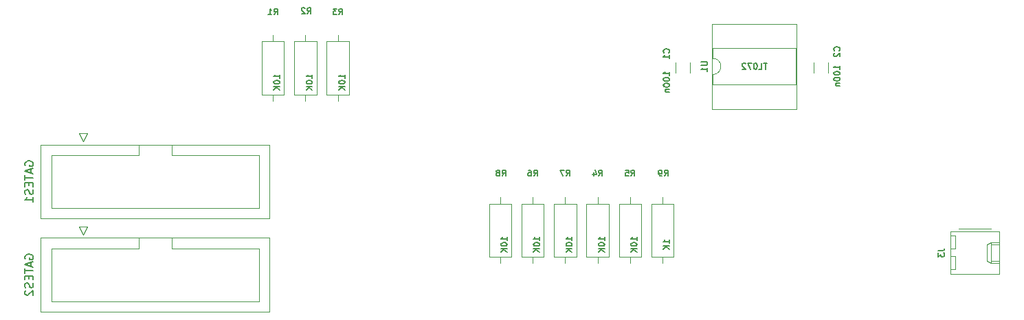
<source format=gbr>
G04 #@! TF.GenerationSoftware,KiCad,Pcbnew,(6.0.5)*
G04 #@! TF.CreationDate,2022-06-09T22:04:56-05:00*
G04 #@! TF.ProjectId,KosmoVoltsMain,4b6f736d-6f56-46f6-9c74-734d61696e2e,rev?*
G04 #@! TF.SameCoordinates,Original*
G04 #@! TF.FileFunction,Legend,Bot*
G04 #@! TF.FilePolarity,Positive*
%FSLAX46Y46*%
G04 Gerber Fmt 4.6, Leading zero omitted, Abs format (unit mm)*
G04 Created by KiCad (PCBNEW (6.0.5)) date 2022-06-09 22:04:56*
%MOMM*%
%LPD*%
G01*
G04 APERTURE LIST*
%ADD10C,0.150000*%
%ADD11C,0.120000*%
G04 APERTURE END LIST*
D10*
X76500000Y-122047619D02*
X76452380Y-121952380D01*
X76452380Y-121809523D01*
X76500000Y-121666666D01*
X76595238Y-121571428D01*
X76690476Y-121523809D01*
X76880952Y-121476190D01*
X77023809Y-121476190D01*
X77214285Y-121523809D01*
X77309523Y-121571428D01*
X77404761Y-121666666D01*
X77452380Y-121809523D01*
X77452380Y-121904761D01*
X77404761Y-122047619D01*
X77357142Y-122095238D01*
X77023809Y-122095238D01*
X77023809Y-121904761D01*
X77166666Y-122476190D02*
X77166666Y-122952380D01*
X77452380Y-122380952D02*
X76452380Y-122714285D01*
X77452380Y-123047619D01*
X76452380Y-123238095D02*
X76452380Y-123809523D01*
X77452380Y-123523809D02*
X76452380Y-123523809D01*
X76928571Y-124142857D02*
X76928571Y-124476190D01*
X77452380Y-124619047D02*
X77452380Y-124142857D01*
X76452380Y-124142857D01*
X76452380Y-124619047D01*
X77404761Y-125000000D02*
X77452380Y-125142857D01*
X77452380Y-125380952D01*
X77404761Y-125476190D01*
X77357142Y-125523809D01*
X77261904Y-125571428D01*
X77166666Y-125571428D01*
X77071428Y-125523809D01*
X77023809Y-125476190D01*
X76976190Y-125380952D01*
X76928571Y-125190476D01*
X76880952Y-125095238D01*
X76833333Y-125047619D01*
X76738095Y-125000000D01*
X76642857Y-125000000D01*
X76547619Y-125047619D01*
X76500000Y-125095238D01*
X76452380Y-125190476D01*
X76452380Y-125428571D01*
X76500000Y-125571428D01*
X77452380Y-126523809D02*
X77452380Y-125952380D01*
X77452380Y-126238095D02*
X76452380Y-126238095D01*
X76595238Y-126142857D01*
X76690476Y-126047619D01*
X76738095Y-125952380D01*
X159759285Y-109238571D02*
X160366428Y-109238571D01*
X160437857Y-109274285D01*
X160473571Y-109310000D01*
X160509285Y-109381428D01*
X160509285Y-109524285D01*
X160473571Y-109595714D01*
X160437857Y-109631428D01*
X160366428Y-109667142D01*
X159759285Y-109667142D01*
X160509285Y-110417142D02*
X160509285Y-109988571D01*
X160509285Y-110202857D02*
X159759285Y-110202857D01*
X159866428Y-110131428D01*
X159937857Y-110060000D01*
X159973571Y-109988571D01*
X167899285Y-109399285D02*
X167470714Y-109399285D01*
X167685000Y-110149285D02*
X167685000Y-109399285D01*
X166863571Y-110149285D02*
X167220714Y-110149285D01*
X167220714Y-109399285D01*
X166470714Y-109399285D02*
X166399285Y-109399285D01*
X166327857Y-109435000D01*
X166292142Y-109470714D01*
X166256428Y-109542142D01*
X166220714Y-109685000D01*
X166220714Y-109863571D01*
X166256428Y-110006428D01*
X166292142Y-110077857D01*
X166327857Y-110113571D01*
X166399285Y-110149285D01*
X166470714Y-110149285D01*
X166542142Y-110113571D01*
X166577857Y-110077857D01*
X166613571Y-110006428D01*
X166649285Y-109863571D01*
X166649285Y-109685000D01*
X166613571Y-109542142D01*
X166577857Y-109470714D01*
X166542142Y-109435000D01*
X166470714Y-109399285D01*
X165970714Y-109399285D02*
X165470714Y-109399285D01*
X165792142Y-110149285D01*
X165220714Y-109470714D02*
X165185000Y-109435000D01*
X165113571Y-109399285D01*
X164935000Y-109399285D01*
X164863571Y-109435000D01*
X164827857Y-109470714D01*
X164792142Y-109542142D01*
X164792142Y-109613571D01*
X164827857Y-109720714D01*
X165256428Y-110149285D01*
X164792142Y-110149285D01*
X155767857Y-108125000D02*
X155803571Y-108089285D01*
X155839285Y-107982142D01*
X155839285Y-107910714D01*
X155803571Y-107803571D01*
X155732142Y-107732142D01*
X155660714Y-107696428D01*
X155517857Y-107660714D01*
X155410714Y-107660714D01*
X155267857Y-107696428D01*
X155196428Y-107732142D01*
X155125000Y-107803571D01*
X155089285Y-107910714D01*
X155089285Y-107982142D01*
X155125000Y-108089285D01*
X155160714Y-108125000D01*
X155839285Y-108839285D02*
X155839285Y-108410714D01*
X155839285Y-108625000D02*
X155089285Y-108625000D01*
X155196428Y-108553571D01*
X155267857Y-108482142D01*
X155303571Y-108410714D01*
X155839285Y-110910714D02*
X155839285Y-110482142D01*
X155839285Y-110696428D02*
X155089285Y-110696428D01*
X155196428Y-110625000D01*
X155267857Y-110553571D01*
X155303571Y-110482142D01*
X155089285Y-111375000D02*
X155089285Y-111446428D01*
X155125000Y-111517857D01*
X155160714Y-111553571D01*
X155232142Y-111589285D01*
X155375000Y-111625000D01*
X155553571Y-111625000D01*
X155696428Y-111589285D01*
X155767857Y-111553571D01*
X155803571Y-111517857D01*
X155839285Y-111446428D01*
X155839285Y-111375000D01*
X155803571Y-111303571D01*
X155767857Y-111267857D01*
X155696428Y-111232142D01*
X155553571Y-111196428D01*
X155375000Y-111196428D01*
X155232142Y-111232142D01*
X155160714Y-111267857D01*
X155125000Y-111303571D01*
X155089285Y-111375000D01*
X155089285Y-112089285D02*
X155089285Y-112160714D01*
X155125000Y-112232142D01*
X155160714Y-112267857D01*
X155232142Y-112303571D01*
X155375000Y-112339285D01*
X155553571Y-112339285D01*
X155696428Y-112303571D01*
X155767857Y-112267857D01*
X155803571Y-112232142D01*
X155839285Y-112160714D01*
X155839285Y-112089285D01*
X155803571Y-112017857D01*
X155767857Y-111982142D01*
X155696428Y-111946428D01*
X155553571Y-111910714D01*
X155375000Y-111910714D01*
X155232142Y-111946428D01*
X155160714Y-111982142D01*
X155125000Y-112017857D01*
X155089285Y-112089285D01*
X155339285Y-112660714D02*
X155839285Y-112660714D01*
X155410714Y-112660714D02*
X155375000Y-112696428D01*
X155339285Y-112767857D01*
X155339285Y-112875000D01*
X155375000Y-112946428D01*
X155446428Y-112982142D01*
X155839285Y-112982142D01*
X111225000Y-103339285D02*
X111475000Y-102982142D01*
X111653571Y-103339285D02*
X111653571Y-102589285D01*
X111367857Y-102589285D01*
X111296428Y-102625000D01*
X111260714Y-102660714D01*
X111225000Y-102732142D01*
X111225000Y-102839285D01*
X111260714Y-102910714D01*
X111296428Y-102946428D01*
X111367857Y-102982142D01*
X111653571Y-102982142D01*
X110939285Y-102660714D02*
X110903571Y-102625000D01*
X110832142Y-102589285D01*
X110653571Y-102589285D01*
X110582142Y-102625000D01*
X110546428Y-102660714D01*
X110510714Y-102732142D01*
X110510714Y-102803571D01*
X110546428Y-102910714D01*
X110975000Y-103339285D01*
X110510714Y-103339285D01*
X111847285Y-111260142D02*
X111847285Y-110831571D01*
X111847285Y-111045857D02*
X111097285Y-111045857D01*
X111204428Y-110974428D01*
X111275857Y-110903000D01*
X111311571Y-110831571D01*
X111097285Y-111724428D02*
X111097285Y-111795857D01*
X111133000Y-111867285D01*
X111168714Y-111903000D01*
X111240142Y-111938714D01*
X111383000Y-111974428D01*
X111561571Y-111974428D01*
X111704428Y-111938714D01*
X111775857Y-111903000D01*
X111811571Y-111867285D01*
X111847285Y-111795857D01*
X111847285Y-111724428D01*
X111811571Y-111653000D01*
X111775857Y-111617285D01*
X111704428Y-111581571D01*
X111561571Y-111545857D01*
X111383000Y-111545857D01*
X111240142Y-111581571D01*
X111168714Y-111617285D01*
X111133000Y-111653000D01*
X111097285Y-111724428D01*
X111847285Y-112295857D02*
X111097285Y-112295857D01*
X111847285Y-112724428D02*
X111418714Y-112403000D01*
X111097285Y-112724428D02*
X111525857Y-112295857D01*
X115125000Y-103439285D02*
X115375000Y-103082142D01*
X115553571Y-103439285D02*
X115553571Y-102689285D01*
X115267857Y-102689285D01*
X115196428Y-102725000D01*
X115160714Y-102760714D01*
X115125000Y-102832142D01*
X115125000Y-102939285D01*
X115160714Y-103010714D01*
X115196428Y-103046428D01*
X115267857Y-103082142D01*
X115553571Y-103082142D01*
X114875000Y-102689285D02*
X114410714Y-102689285D01*
X114660714Y-102975000D01*
X114553571Y-102975000D01*
X114482142Y-103010714D01*
X114446428Y-103046428D01*
X114410714Y-103117857D01*
X114410714Y-103296428D01*
X114446428Y-103367857D01*
X114482142Y-103403571D01*
X114553571Y-103439285D01*
X114767857Y-103439285D01*
X114839285Y-103403571D01*
X114875000Y-103367857D01*
X115847285Y-111260142D02*
X115847285Y-110831571D01*
X115847285Y-111045857D02*
X115097285Y-111045857D01*
X115204428Y-110974428D01*
X115275857Y-110903000D01*
X115311571Y-110831571D01*
X115097285Y-111724428D02*
X115097285Y-111795857D01*
X115133000Y-111867285D01*
X115168714Y-111903000D01*
X115240142Y-111938714D01*
X115383000Y-111974428D01*
X115561571Y-111974428D01*
X115704428Y-111938714D01*
X115775857Y-111903000D01*
X115811571Y-111867285D01*
X115847285Y-111795857D01*
X115847285Y-111724428D01*
X115811571Y-111653000D01*
X115775857Y-111617285D01*
X115704428Y-111581571D01*
X115561571Y-111545857D01*
X115383000Y-111545857D01*
X115240142Y-111581571D01*
X115168714Y-111617285D01*
X115133000Y-111653000D01*
X115097285Y-111724428D01*
X115847285Y-112295857D02*
X115097285Y-112295857D01*
X115847285Y-112724428D02*
X115418714Y-112403000D01*
X115097285Y-112724428D02*
X115525857Y-112295857D01*
X151125000Y-123339285D02*
X151375000Y-122982142D01*
X151553571Y-123339285D02*
X151553571Y-122589285D01*
X151267857Y-122589285D01*
X151196428Y-122625000D01*
X151160714Y-122660714D01*
X151125000Y-122732142D01*
X151125000Y-122839285D01*
X151160714Y-122910714D01*
X151196428Y-122946428D01*
X151267857Y-122982142D01*
X151553571Y-122982142D01*
X150446428Y-122589285D02*
X150803571Y-122589285D01*
X150839285Y-122946428D01*
X150803571Y-122910714D01*
X150732142Y-122875000D01*
X150553571Y-122875000D01*
X150482142Y-122910714D01*
X150446428Y-122946428D01*
X150410714Y-123017857D01*
X150410714Y-123196428D01*
X150446428Y-123267857D01*
X150482142Y-123303571D01*
X150553571Y-123339285D01*
X150732142Y-123339285D01*
X150803571Y-123303571D01*
X150839285Y-123267857D01*
X151847285Y-131260142D02*
X151847285Y-130831571D01*
X151847285Y-131045857D02*
X151097285Y-131045857D01*
X151204428Y-130974428D01*
X151275857Y-130903000D01*
X151311571Y-130831571D01*
X151097285Y-131724428D02*
X151097285Y-131795857D01*
X151133000Y-131867285D01*
X151168714Y-131903000D01*
X151240142Y-131938714D01*
X151383000Y-131974428D01*
X151561571Y-131974428D01*
X151704428Y-131938714D01*
X151775857Y-131903000D01*
X151811571Y-131867285D01*
X151847285Y-131795857D01*
X151847285Y-131724428D01*
X151811571Y-131653000D01*
X151775857Y-131617285D01*
X151704428Y-131581571D01*
X151561571Y-131545857D01*
X151383000Y-131545857D01*
X151240142Y-131581571D01*
X151168714Y-131617285D01*
X151133000Y-131653000D01*
X151097285Y-131724428D01*
X151847285Y-132295857D02*
X151097285Y-132295857D01*
X151847285Y-132724428D02*
X151418714Y-132403000D01*
X151097285Y-132724428D02*
X151525857Y-132295857D01*
X76500000Y-133547619D02*
X76452380Y-133452380D01*
X76452380Y-133309523D01*
X76500000Y-133166666D01*
X76595238Y-133071428D01*
X76690476Y-133023809D01*
X76880952Y-132976190D01*
X77023809Y-132976190D01*
X77214285Y-133023809D01*
X77309523Y-133071428D01*
X77404761Y-133166666D01*
X77452380Y-133309523D01*
X77452380Y-133404761D01*
X77404761Y-133547619D01*
X77357142Y-133595238D01*
X77023809Y-133595238D01*
X77023809Y-133404761D01*
X77166666Y-133976190D02*
X77166666Y-134452380D01*
X77452380Y-133880952D02*
X76452380Y-134214285D01*
X77452380Y-134547619D01*
X76452380Y-134738095D02*
X76452380Y-135309523D01*
X77452380Y-135023809D02*
X76452380Y-135023809D01*
X76928571Y-135642857D02*
X76928571Y-135976190D01*
X77452380Y-136119047D02*
X77452380Y-135642857D01*
X76452380Y-135642857D01*
X76452380Y-136119047D01*
X77404761Y-136500000D02*
X77452380Y-136642857D01*
X77452380Y-136880952D01*
X77404761Y-136976190D01*
X77357142Y-137023809D01*
X77261904Y-137071428D01*
X77166666Y-137071428D01*
X77071428Y-137023809D01*
X77023809Y-136976190D01*
X76976190Y-136880952D01*
X76928571Y-136690476D01*
X76880952Y-136595238D01*
X76833333Y-136547619D01*
X76738095Y-136500000D01*
X76642857Y-136500000D01*
X76547619Y-136547619D01*
X76500000Y-136595238D01*
X76452380Y-136690476D01*
X76452380Y-136928571D01*
X76500000Y-137071428D01*
X76547619Y-137452380D02*
X76500000Y-137500000D01*
X76452380Y-137595238D01*
X76452380Y-137833333D01*
X76500000Y-137928571D01*
X76547619Y-137976190D01*
X76642857Y-138023809D01*
X76738095Y-138023809D01*
X76880952Y-137976190D01*
X77452380Y-137404761D01*
X77452380Y-138023809D01*
X188969285Y-132520000D02*
X189505000Y-132520000D01*
X189612142Y-132484285D01*
X189683571Y-132412857D01*
X189719285Y-132305714D01*
X189719285Y-132234285D01*
X188969285Y-132805714D02*
X188969285Y-133270000D01*
X189255000Y-133020000D01*
X189255000Y-133127142D01*
X189290714Y-133198571D01*
X189326428Y-133234285D01*
X189397857Y-133270000D01*
X189576428Y-133270000D01*
X189647857Y-133234285D01*
X189683571Y-133198571D01*
X189719285Y-133127142D01*
X189719285Y-132912857D01*
X189683571Y-132841428D01*
X189647857Y-132805714D01*
X139125000Y-123339285D02*
X139375000Y-122982142D01*
X139553571Y-123339285D02*
X139553571Y-122589285D01*
X139267857Y-122589285D01*
X139196428Y-122625000D01*
X139160714Y-122660714D01*
X139125000Y-122732142D01*
X139125000Y-122839285D01*
X139160714Y-122910714D01*
X139196428Y-122946428D01*
X139267857Y-122982142D01*
X139553571Y-122982142D01*
X138482142Y-122589285D02*
X138625000Y-122589285D01*
X138696428Y-122625000D01*
X138732142Y-122660714D01*
X138803571Y-122767857D01*
X138839285Y-122910714D01*
X138839285Y-123196428D01*
X138803571Y-123267857D01*
X138767857Y-123303571D01*
X138696428Y-123339285D01*
X138553571Y-123339285D01*
X138482142Y-123303571D01*
X138446428Y-123267857D01*
X138410714Y-123196428D01*
X138410714Y-123017857D01*
X138446428Y-122946428D01*
X138482142Y-122910714D01*
X138553571Y-122875000D01*
X138696428Y-122875000D01*
X138767857Y-122910714D01*
X138803571Y-122946428D01*
X138839285Y-123017857D01*
X139847285Y-131260142D02*
X139847285Y-130831571D01*
X139847285Y-131045857D02*
X139097285Y-131045857D01*
X139204428Y-130974428D01*
X139275857Y-130903000D01*
X139311571Y-130831571D01*
X139097285Y-131724428D02*
X139097285Y-131795857D01*
X139133000Y-131867285D01*
X139168714Y-131903000D01*
X139240142Y-131938714D01*
X139383000Y-131974428D01*
X139561571Y-131974428D01*
X139704428Y-131938714D01*
X139775857Y-131903000D01*
X139811571Y-131867285D01*
X139847285Y-131795857D01*
X139847285Y-131724428D01*
X139811571Y-131653000D01*
X139775857Y-131617285D01*
X139704428Y-131581571D01*
X139561571Y-131545857D01*
X139383000Y-131545857D01*
X139240142Y-131581571D01*
X139168714Y-131617285D01*
X139133000Y-131653000D01*
X139097285Y-131724428D01*
X139847285Y-132295857D02*
X139097285Y-132295857D01*
X139847285Y-132724428D02*
X139418714Y-132403000D01*
X139097285Y-132724428D02*
X139525857Y-132295857D01*
X147125000Y-123339285D02*
X147375000Y-122982142D01*
X147553571Y-123339285D02*
X147553571Y-122589285D01*
X147267857Y-122589285D01*
X147196428Y-122625000D01*
X147160714Y-122660714D01*
X147125000Y-122732142D01*
X147125000Y-122839285D01*
X147160714Y-122910714D01*
X147196428Y-122946428D01*
X147267857Y-122982142D01*
X147553571Y-122982142D01*
X146482142Y-122839285D02*
X146482142Y-123339285D01*
X146660714Y-122553571D02*
X146839285Y-123089285D01*
X146375000Y-123089285D01*
X147847285Y-131260142D02*
X147847285Y-130831571D01*
X147847285Y-131045857D02*
X147097285Y-131045857D01*
X147204428Y-130974428D01*
X147275857Y-130903000D01*
X147311571Y-130831571D01*
X147097285Y-131724428D02*
X147097285Y-131795857D01*
X147133000Y-131867285D01*
X147168714Y-131903000D01*
X147240142Y-131938714D01*
X147383000Y-131974428D01*
X147561571Y-131974428D01*
X147704428Y-131938714D01*
X147775857Y-131903000D01*
X147811571Y-131867285D01*
X147847285Y-131795857D01*
X147847285Y-131724428D01*
X147811571Y-131653000D01*
X147775857Y-131617285D01*
X147704428Y-131581571D01*
X147561571Y-131545857D01*
X147383000Y-131545857D01*
X147240142Y-131581571D01*
X147168714Y-131617285D01*
X147133000Y-131653000D01*
X147097285Y-131724428D01*
X147847285Y-132295857D02*
X147097285Y-132295857D01*
X147847285Y-132724428D02*
X147418714Y-132403000D01*
X147097285Y-132724428D02*
X147525857Y-132295857D01*
X176767857Y-107875000D02*
X176803571Y-107839285D01*
X176839285Y-107732142D01*
X176839285Y-107660714D01*
X176803571Y-107553571D01*
X176732142Y-107482142D01*
X176660714Y-107446428D01*
X176517857Y-107410714D01*
X176410714Y-107410714D01*
X176267857Y-107446428D01*
X176196428Y-107482142D01*
X176125000Y-107553571D01*
X176089285Y-107660714D01*
X176089285Y-107732142D01*
X176125000Y-107839285D01*
X176160714Y-107875000D01*
X176160714Y-108160714D02*
X176125000Y-108196428D01*
X176089285Y-108267857D01*
X176089285Y-108446428D01*
X176125000Y-108517857D01*
X176160714Y-108553571D01*
X176232142Y-108589285D01*
X176303571Y-108589285D01*
X176410714Y-108553571D01*
X176839285Y-108125000D01*
X176839285Y-108589285D01*
X176839285Y-110160714D02*
X176839285Y-109732142D01*
X176839285Y-109946428D02*
X176089285Y-109946428D01*
X176196428Y-109875000D01*
X176267857Y-109803571D01*
X176303571Y-109732142D01*
X176089285Y-110625000D02*
X176089285Y-110696428D01*
X176125000Y-110767857D01*
X176160714Y-110803571D01*
X176232142Y-110839285D01*
X176375000Y-110875000D01*
X176553571Y-110875000D01*
X176696428Y-110839285D01*
X176767857Y-110803571D01*
X176803571Y-110767857D01*
X176839285Y-110696428D01*
X176839285Y-110625000D01*
X176803571Y-110553571D01*
X176767857Y-110517857D01*
X176696428Y-110482142D01*
X176553571Y-110446428D01*
X176375000Y-110446428D01*
X176232142Y-110482142D01*
X176160714Y-110517857D01*
X176125000Y-110553571D01*
X176089285Y-110625000D01*
X176089285Y-111339285D02*
X176089285Y-111410714D01*
X176125000Y-111482142D01*
X176160714Y-111517857D01*
X176232142Y-111553571D01*
X176375000Y-111589285D01*
X176553571Y-111589285D01*
X176696428Y-111553571D01*
X176767857Y-111517857D01*
X176803571Y-111482142D01*
X176839285Y-111410714D01*
X176839285Y-111339285D01*
X176803571Y-111267857D01*
X176767857Y-111232142D01*
X176696428Y-111196428D01*
X176553571Y-111160714D01*
X176375000Y-111160714D01*
X176232142Y-111196428D01*
X176160714Y-111232142D01*
X176125000Y-111267857D01*
X176089285Y-111339285D01*
X176339285Y-111910714D02*
X176839285Y-111910714D01*
X176410714Y-111910714D02*
X176375000Y-111946428D01*
X176339285Y-112017857D01*
X176339285Y-112125000D01*
X176375000Y-112196428D01*
X176446428Y-112232142D01*
X176839285Y-112232142D01*
X143125000Y-123339285D02*
X143375000Y-122982142D01*
X143553571Y-123339285D02*
X143553571Y-122589285D01*
X143267857Y-122589285D01*
X143196428Y-122625000D01*
X143160714Y-122660714D01*
X143125000Y-122732142D01*
X143125000Y-122839285D01*
X143160714Y-122910714D01*
X143196428Y-122946428D01*
X143267857Y-122982142D01*
X143553571Y-122982142D01*
X142875000Y-122589285D02*
X142375000Y-122589285D01*
X142696428Y-123339285D01*
X143847285Y-131260142D02*
X143847285Y-130831571D01*
X143847285Y-131045857D02*
X143097285Y-131045857D01*
X143204428Y-130974428D01*
X143275857Y-130903000D01*
X143311571Y-130831571D01*
X143097285Y-131724428D02*
X143097285Y-131795857D01*
X143133000Y-131867285D01*
X143168714Y-131903000D01*
X143240142Y-131938714D01*
X143383000Y-131974428D01*
X143561571Y-131974428D01*
X143704428Y-131938714D01*
X143775857Y-131903000D01*
X143811571Y-131867285D01*
X143847285Y-131795857D01*
X143847285Y-131724428D01*
X143811571Y-131653000D01*
X143775857Y-131617285D01*
X143704428Y-131581571D01*
X143561571Y-131545857D01*
X143383000Y-131545857D01*
X143240142Y-131581571D01*
X143168714Y-131617285D01*
X143133000Y-131653000D01*
X143097285Y-131724428D01*
X143847285Y-132295857D02*
X143097285Y-132295857D01*
X143847285Y-132724428D02*
X143418714Y-132403000D01*
X143097285Y-132724428D02*
X143525857Y-132295857D01*
X155225000Y-123339285D02*
X155475000Y-122982142D01*
X155653571Y-123339285D02*
X155653571Y-122589285D01*
X155367857Y-122589285D01*
X155296428Y-122625000D01*
X155260714Y-122660714D01*
X155225000Y-122732142D01*
X155225000Y-122839285D01*
X155260714Y-122910714D01*
X155296428Y-122946428D01*
X155367857Y-122982142D01*
X155653571Y-122982142D01*
X154867857Y-123339285D02*
X154725000Y-123339285D01*
X154653571Y-123303571D01*
X154617857Y-123267857D01*
X154546428Y-123160714D01*
X154510714Y-123017857D01*
X154510714Y-122732142D01*
X154546428Y-122660714D01*
X154582142Y-122625000D01*
X154653571Y-122589285D01*
X154796428Y-122589285D01*
X154867857Y-122625000D01*
X154903571Y-122660714D01*
X154939285Y-122732142D01*
X154939285Y-122910714D01*
X154903571Y-122982142D01*
X154867857Y-123017857D01*
X154796428Y-123053571D01*
X154653571Y-123053571D01*
X154582142Y-123017857D01*
X154546428Y-122982142D01*
X154510714Y-122910714D01*
X155847285Y-131617285D02*
X155847285Y-131188714D01*
X155847285Y-131403000D02*
X155097285Y-131403000D01*
X155204428Y-131331571D01*
X155275857Y-131260142D01*
X155311571Y-131188714D01*
X155847285Y-131938714D02*
X155097285Y-131938714D01*
X155847285Y-132367285D02*
X155418714Y-132045857D01*
X155097285Y-132367285D02*
X155525857Y-131938714D01*
X135225000Y-123339285D02*
X135475000Y-122982142D01*
X135653571Y-123339285D02*
X135653571Y-122589285D01*
X135367857Y-122589285D01*
X135296428Y-122625000D01*
X135260714Y-122660714D01*
X135225000Y-122732142D01*
X135225000Y-122839285D01*
X135260714Y-122910714D01*
X135296428Y-122946428D01*
X135367857Y-122982142D01*
X135653571Y-122982142D01*
X134796428Y-122910714D02*
X134867857Y-122875000D01*
X134903571Y-122839285D01*
X134939285Y-122767857D01*
X134939285Y-122732142D01*
X134903571Y-122660714D01*
X134867857Y-122625000D01*
X134796428Y-122589285D01*
X134653571Y-122589285D01*
X134582142Y-122625000D01*
X134546428Y-122660714D01*
X134510714Y-122732142D01*
X134510714Y-122767857D01*
X134546428Y-122839285D01*
X134582142Y-122875000D01*
X134653571Y-122910714D01*
X134796428Y-122910714D01*
X134867857Y-122946428D01*
X134903571Y-122982142D01*
X134939285Y-123053571D01*
X134939285Y-123196428D01*
X134903571Y-123267857D01*
X134867857Y-123303571D01*
X134796428Y-123339285D01*
X134653571Y-123339285D01*
X134582142Y-123303571D01*
X134546428Y-123267857D01*
X134510714Y-123196428D01*
X134510714Y-123053571D01*
X134546428Y-122982142D01*
X134582142Y-122946428D01*
X134653571Y-122910714D01*
X135847285Y-131260142D02*
X135847285Y-130831571D01*
X135847285Y-131045857D02*
X135097285Y-131045857D01*
X135204428Y-130974428D01*
X135275857Y-130903000D01*
X135311571Y-130831571D01*
X135097285Y-131724428D02*
X135097285Y-131795857D01*
X135133000Y-131867285D01*
X135168714Y-131903000D01*
X135240142Y-131938714D01*
X135383000Y-131974428D01*
X135561571Y-131974428D01*
X135704428Y-131938714D01*
X135775857Y-131903000D01*
X135811571Y-131867285D01*
X135847285Y-131795857D01*
X135847285Y-131724428D01*
X135811571Y-131653000D01*
X135775857Y-131617285D01*
X135704428Y-131581571D01*
X135561571Y-131545857D01*
X135383000Y-131545857D01*
X135240142Y-131581571D01*
X135168714Y-131617285D01*
X135133000Y-131653000D01*
X135097285Y-131724428D01*
X135847285Y-132295857D02*
X135097285Y-132295857D01*
X135847285Y-132724428D02*
X135418714Y-132403000D01*
X135097285Y-132724428D02*
X135525857Y-132295857D01*
X107125000Y-103439285D02*
X107375000Y-103082142D01*
X107553571Y-103439285D02*
X107553571Y-102689285D01*
X107267857Y-102689285D01*
X107196428Y-102725000D01*
X107160714Y-102760714D01*
X107125000Y-102832142D01*
X107125000Y-102939285D01*
X107160714Y-103010714D01*
X107196428Y-103046428D01*
X107267857Y-103082142D01*
X107553571Y-103082142D01*
X106410714Y-103439285D02*
X106839285Y-103439285D01*
X106625000Y-103439285D02*
X106625000Y-102689285D01*
X106696428Y-102796428D01*
X106767857Y-102867857D01*
X106839285Y-102903571D01*
X107847285Y-111260142D02*
X107847285Y-110831571D01*
X107847285Y-111045857D02*
X107097285Y-111045857D01*
X107204428Y-110974428D01*
X107275857Y-110903000D01*
X107311571Y-110831571D01*
X107097285Y-111724428D02*
X107097285Y-111795857D01*
X107133000Y-111867285D01*
X107168714Y-111903000D01*
X107240142Y-111938714D01*
X107383000Y-111974428D01*
X107561571Y-111974428D01*
X107704428Y-111938714D01*
X107775857Y-111903000D01*
X107811571Y-111867285D01*
X107847285Y-111795857D01*
X107847285Y-111724428D01*
X107811571Y-111653000D01*
X107775857Y-111617285D01*
X107704428Y-111581571D01*
X107561571Y-111545857D01*
X107383000Y-111545857D01*
X107240142Y-111581571D01*
X107168714Y-111617285D01*
X107133000Y-111653000D01*
X107097285Y-111724428D01*
X107847285Y-112295857D02*
X107097285Y-112295857D01*
X107847285Y-112724428D02*
X107418714Y-112403000D01*
X107097285Y-112724428D02*
X107525857Y-112295857D01*
D11*
X105300000Y-120767500D02*
X94550000Y-120767500D01*
X106600000Y-128577500D02*
X106600000Y-119457500D01*
X79700000Y-127267500D02*
X105300000Y-127267500D01*
X83110000Y-118067500D02*
X84110000Y-118067500D01*
X105300000Y-127267500D02*
X105300000Y-120767500D01*
X90450000Y-119457500D02*
X90450000Y-120767500D01*
X78400000Y-119457500D02*
X78400000Y-128577500D01*
X94550000Y-120767500D02*
X94550000Y-120767500D01*
X83610000Y-119067500D02*
X83110000Y-118067500D01*
X106600000Y-119457500D02*
X78400000Y-119457500D01*
X79700000Y-120767500D02*
X79700000Y-127267500D01*
X94550000Y-120767500D02*
X94550000Y-119457500D01*
X90450000Y-120767500D02*
X79700000Y-120767500D01*
X78400000Y-128577500D02*
X106600000Y-128577500D01*
X84110000Y-118067500D02*
X83610000Y-119067500D01*
X161170000Y-107560000D02*
X171450000Y-107560000D01*
X161170000Y-112060000D02*
X161170000Y-110810000D01*
X171450000Y-107560000D02*
X171450000Y-112060000D01*
X161110000Y-115060000D02*
X161110000Y-104560000D01*
X171450000Y-112060000D02*
X161170000Y-112060000D01*
X161110000Y-104560000D02*
X171510000Y-104560000D01*
X161170000Y-108810000D02*
X161170000Y-107560000D01*
X171510000Y-104560000D02*
X171510000Y-115060000D01*
X171510000Y-115060000D02*
X161110000Y-115060000D01*
X161170000Y-110810000D02*
G75*
G03*
X161170000Y-108810000I0J1000000D01*
G01*
X156580000Y-109371000D02*
X156580000Y-110629000D01*
X158420000Y-109371000D02*
X158420000Y-110629000D01*
X112370000Y-113270000D02*
X109630000Y-113270000D01*
X109630000Y-113270000D02*
X109630000Y-106730000D01*
X112370000Y-106730000D02*
X112370000Y-113270000D01*
X111000000Y-105960000D02*
X111000000Y-106730000D01*
X111000000Y-114040000D02*
X111000000Y-113270000D01*
X109630000Y-106730000D02*
X112370000Y-106730000D01*
X116370000Y-106730000D02*
X116370000Y-113270000D01*
X113630000Y-106730000D02*
X116370000Y-106730000D01*
X113630000Y-113270000D02*
X113630000Y-106730000D01*
X115000000Y-114040000D02*
X115000000Y-113270000D01*
X116370000Y-113270000D02*
X113630000Y-113270000D01*
X115000000Y-105960000D02*
X115000000Y-106730000D01*
X151000000Y-134040000D02*
X151000000Y-133270000D01*
X151000000Y-125960000D02*
X151000000Y-126730000D01*
X152370000Y-133270000D02*
X149630000Y-133270000D01*
X149630000Y-133270000D02*
X149630000Y-126730000D01*
X149630000Y-126730000D02*
X152370000Y-126730000D01*
X152370000Y-126730000D02*
X152370000Y-133270000D01*
X83610000Y-130567500D02*
X83110000Y-129567500D01*
X90450000Y-132267500D02*
X79700000Y-132267500D01*
X105300000Y-132267500D02*
X94550000Y-132267500D01*
X106600000Y-140077500D02*
X106600000Y-130957500D01*
X106600000Y-130957500D02*
X78400000Y-130957500D01*
X83110000Y-129567500D02*
X84110000Y-129567500D01*
X105300000Y-138767500D02*
X105300000Y-132267500D01*
X94550000Y-132267500D02*
X94550000Y-130957500D01*
X90450000Y-130957500D02*
X90450000Y-132267500D01*
X78400000Y-140077500D02*
X106600000Y-140077500D01*
X84110000Y-129567500D02*
X83610000Y-130567500D01*
X78400000Y-130957500D02*
X78400000Y-140077500D01*
X94550000Y-132267500D02*
X94550000Y-132267500D01*
X79700000Y-138767500D02*
X105300000Y-138767500D01*
X79700000Y-132267500D02*
X79700000Y-138767500D01*
X194960000Y-131750000D02*
X194960000Y-133790000D01*
X195490000Y-131500000D02*
X195490000Y-134040000D01*
X190470000Y-130700000D02*
X191070000Y-130700000D01*
X195490000Y-134040000D02*
X196490000Y-134040000D01*
X195490000Y-131500000D02*
X194960000Y-131750000D01*
X191500000Y-129830000D02*
X195500000Y-129830000D01*
X196490000Y-130120000D02*
X196490000Y-135420000D01*
X191070000Y-132300000D02*
X190470000Y-132300000D01*
X194960000Y-133790000D02*
X195490000Y-134040000D01*
X196490000Y-131500000D02*
X195490000Y-131500000D01*
X196490000Y-135420000D02*
X190470000Y-135420000D01*
X190470000Y-135420000D02*
X190470000Y-130120000D01*
X190470000Y-133240000D02*
X191070000Y-133240000D01*
X196490000Y-131750000D02*
X195490000Y-131750000D01*
X191070000Y-133240000D02*
X191070000Y-134840000D01*
X196490000Y-133790000D02*
X195490000Y-133790000D01*
X190470000Y-130120000D02*
X196490000Y-130120000D01*
X191070000Y-134840000D02*
X190470000Y-134840000D01*
X191070000Y-130700000D02*
X191070000Y-132300000D01*
X139000000Y-125960000D02*
X139000000Y-126730000D01*
X140370000Y-126730000D02*
X140370000Y-133270000D01*
X140370000Y-133270000D02*
X137630000Y-133270000D01*
X137630000Y-133270000D02*
X137630000Y-126730000D01*
X139000000Y-134040000D02*
X139000000Y-133270000D01*
X137630000Y-126730000D02*
X140370000Y-126730000D01*
X145630000Y-133270000D02*
X145630000Y-126730000D01*
X147000000Y-125960000D02*
X147000000Y-126730000D01*
X148370000Y-133270000D02*
X145630000Y-133270000D01*
X148370000Y-126730000D02*
X148370000Y-133270000D01*
X147000000Y-134040000D02*
X147000000Y-133270000D01*
X145630000Y-126730000D02*
X148370000Y-126730000D01*
X173580000Y-109371000D02*
X173580000Y-110629000D01*
X175420000Y-109371000D02*
X175420000Y-110629000D01*
X143000000Y-125960000D02*
X143000000Y-126730000D01*
X141630000Y-133270000D02*
X141630000Y-126730000D01*
X144370000Y-126730000D02*
X144370000Y-133270000D01*
X141630000Y-126730000D02*
X144370000Y-126730000D01*
X144370000Y-133270000D02*
X141630000Y-133270000D01*
X143000000Y-134040000D02*
X143000000Y-133270000D01*
X156370000Y-126730000D02*
X156370000Y-133270000D01*
X155000000Y-134040000D02*
X155000000Y-133270000D01*
X153630000Y-133270000D02*
X153630000Y-126730000D01*
X153630000Y-126730000D02*
X156370000Y-126730000D01*
X155000000Y-125960000D02*
X155000000Y-126730000D01*
X156370000Y-133270000D02*
X153630000Y-133270000D01*
X135000000Y-134040000D02*
X135000000Y-133270000D01*
X133630000Y-133270000D02*
X133630000Y-126730000D01*
X136370000Y-126730000D02*
X136370000Y-133270000D01*
X136370000Y-133270000D02*
X133630000Y-133270000D01*
X135000000Y-125960000D02*
X135000000Y-126730000D01*
X133630000Y-126730000D02*
X136370000Y-126730000D01*
X105630000Y-113270000D02*
X105630000Y-106730000D01*
X105630000Y-106730000D02*
X108370000Y-106730000D01*
X107000000Y-105960000D02*
X107000000Y-106730000D01*
X108370000Y-113270000D02*
X105630000Y-113270000D01*
X107000000Y-114040000D02*
X107000000Y-113270000D01*
X108370000Y-106730000D02*
X108370000Y-113270000D01*
M02*

</source>
